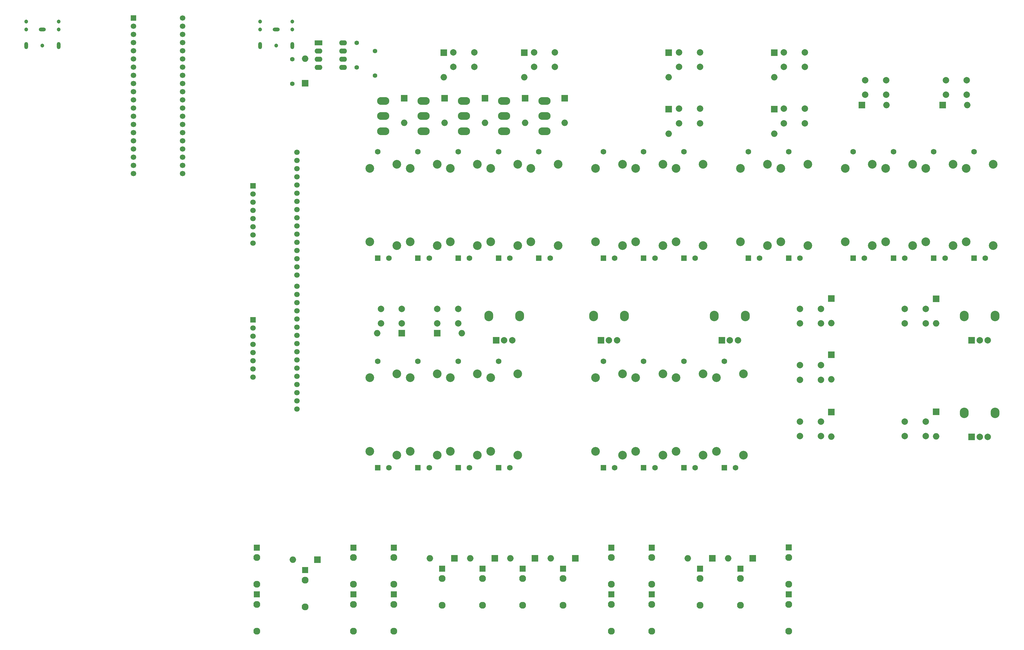
<source format=gbr>
%TF.GenerationSoftware,KiCad,Pcbnew,9.0.7*%
%TF.CreationDate,2026-02-09T16:52:34+00:00*%
%TF.ProjectId,WEASEL_KiCad,57454153-454c-45f4-9b69-4361642e6b69,rev?*%
%TF.SameCoordinates,Original*%
%TF.FileFunction,Soldermask,Bot*%
%TF.FilePolarity,Negative*%
%FSLAX46Y46*%
G04 Gerber Fmt 4.6, Leading zero omitted, Abs format (unit mm)*
G04 Created by KiCad (PCBNEW 9.0.7) date 2026-02-09 16:52:34*
%MOMM*%
%LPD*%
G01*
G04 APERTURE LIST*
%ADD10C,1.397000*%
%ADD11R,1.750000X1.750000*%
%ADD12C,1.750000*%
%ADD13C,2.700000*%
%ADD14R,1.930000X1.830000*%
%ADD15C,2.130000*%
%ADD16R,2.000000X2.000000*%
%ADD17O,2.000000X2.000000*%
%ADD18C,1.700000*%
%ADD19R,1.700000X1.700000*%
%ADD20O,2.780000X3.240000*%
%ADD21C,2.000000*%
%ADD22R,2.400000X1.600000*%
%ADD23O,2.400000X1.600000*%
%ADD24C,1.200000*%
%ADD25O,1.200000X2.200000*%
%ADD26O,2.200000X1.200000*%
%ADD27O,3.800000X2.400000*%
G04 APERTURE END LIST*
D10*
%TO.C,R3*%
X136140000Y-25740000D03*
X136140000Y-33360000D03*
%TD*%
D11*
%TO.C,RV10*%
X264500000Y-90000000D03*
D12*
X268000000Y-90000000D03*
X264500000Y-57000000D03*
D13*
X270450000Y-86100000D03*
X262050000Y-84900000D03*
X262050000Y-62100000D03*
X270450000Y-60900000D03*
%TD*%
D14*
%TO.C,J16*%
X157002700Y-186300000D03*
D15*
X157002700Y-197700000D03*
X157002700Y-189400000D03*
%TD*%
D14*
%TO.C,J21*%
X249502700Y-186300000D03*
D15*
X249502700Y-197700000D03*
X249502700Y-189400000D03*
%TD*%
D16*
%TO.C,D3*%
X157500000Y-26250000D03*
D17*
X157500000Y-33870000D03*
%TD*%
D11*
%TO.C,RV9*%
X252000000Y-90000000D03*
D12*
X255500000Y-90000000D03*
X252000000Y-57000000D03*
D13*
X257950000Y-86100000D03*
X249550000Y-84900000D03*
X249550000Y-62100000D03*
X257950000Y-60900000D03*
%TD*%
D14*
%TO.C,J7*%
X142002700Y-194300000D03*
D15*
X142002700Y-205700000D03*
X142002700Y-197400000D03*
%TD*%
D16*
%TO.C,D1*%
X114500000Y-35750000D03*
D17*
X114500000Y-28130000D03*
%TD*%
D14*
%TO.C,J18*%
X182002700Y-186300000D03*
D15*
X182002700Y-197700000D03*
X182002700Y-189400000D03*
%TD*%
D18*
%TO.C,U2*%
X98350000Y-126910000D03*
X111950000Y-116510000D03*
X111950000Y-113970000D03*
X111950000Y-111430000D03*
X111950000Y-108890000D03*
X111950000Y-106350000D03*
X111950000Y-103810000D03*
X111950000Y-101270000D03*
X111950000Y-98730000D03*
X98350000Y-116750000D03*
X98350000Y-119290000D03*
D19*
X98350000Y-109130000D03*
D18*
X98350000Y-124370000D03*
X98350000Y-121830000D03*
X98350000Y-114210000D03*
X111950000Y-136830000D03*
X111950000Y-134290000D03*
X111950000Y-131750000D03*
X111950000Y-129210000D03*
X111950000Y-126670000D03*
X111950000Y-124130000D03*
X111950000Y-121590000D03*
X111950000Y-119050000D03*
X98350000Y-111670000D03*
%TD*%
D14*
%TO.C,J12*%
X129502700Y-194300000D03*
D15*
X129502700Y-205700000D03*
X129502700Y-197400000D03*
%TD*%
D11*
%TO.C,RV8*%
X232000000Y-90000000D03*
D12*
X235500000Y-90000000D03*
X232000000Y-57000000D03*
D13*
X237950000Y-86100000D03*
X229550000Y-84900000D03*
X229550000Y-62100000D03*
X237950000Y-60900000D03*
%TD*%
D20*
%TO.C,RV26*%
X318947300Y-107965800D03*
X328547300Y-107965800D03*
D16*
X321247300Y-115465800D03*
D21*
X323747300Y-115465800D03*
X326247300Y-115465800D03*
%TD*%
D16*
%TO.C,D13*%
X277750000Y-137750000D03*
D17*
X277750000Y-145370000D03*
%TD*%
D16*
%TO.C,D16*%
X310250000Y-137630000D03*
D17*
X310250000Y-145250000D03*
%TD*%
D11*
%TO.C,RV22*%
X284500000Y-90000000D03*
D12*
X288000000Y-90000000D03*
X284500000Y-57000000D03*
D13*
X290450000Y-86100000D03*
X282050000Y-84900000D03*
X282050000Y-62100000D03*
X290450000Y-60900000D03*
%TD*%
D21*
%TO.C,SW2*%
X185500000Y-26130000D03*
X192000000Y-26130000D03*
X185500000Y-30630000D03*
X192000000Y-30630000D03*
%TD*%
D16*
%TO.C,D8*%
X260000000Y-43750000D03*
D17*
X260000000Y-51370000D03*
%TD*%
D14*
%TO.C,J8*%
X222002700Y-194300000D03*
D15*
X222002700Y-205700000D03*
X222002700Y-197400000D03*
%TD*%
D16*
%TO.C,D26*%
X185810000Y-183080000D03*
D17*
X178190000Y-183080000D03*
%TD*%
D16*
%TO.C,D6*%
X227250000Y-43750000D03*
D17*
X227250000Y-51370000D03*
%TD*%
D14*
%TO.C,J17*%
X169502700Y-186300000D03*
D15*
X169502700Y-197700000D03*
X169502700Y-189400000D03*
%TD*%
D11*
%TO.C,RV3*%
X162000000Y-90000000D03*
D12*
X165500000Y-90000000D03*
X162000000Y-57000000D03*
D13*
X167950000Y-86100000D03*
X159550000Y-84900000D03*
X159550000Y-62100000D03*
X167950000Y-60900000D03*
%TD*%
D14*
%TO.C,J13*%
X209502700Y-194300000D03*
D15*
X209502700Y-205700000D03*
X209502700Y-197400000D03*
%TD*%
D16*
%TO.C,D23*%
X118310000Y-183580000D03*
D17*
X110690000Y-183580000D03*
%TD*%
D16*
%TO.C,D22*%
X195000000Y-40380000D03*
D17*
X195000000Y-48000000D03*
%TD*%
D10*
%TO.C,R2*%
X130500000Y-23190000D03*
X130500000Y-30810000D03*
%TD*%
D16*
%TO.C,D9*%
X155500000Y-113250000D03*
D17*
X163120000Y-113250000D03*
%TD*%
D11*
%TO.C,RV13*%
X162000000Y-155000000D03*
D12*
X165500000Y-155000000D03*
X162000000Y-122000000D03*
D13*
X167950000Y-151100000D03*
X159550000Y-149900000D03*
X159550000Y-127100000D03*
X167950000Y-125900000D03*
%TD*%
D21*
%TO.C,SW15*%
X300497300Y-105750000D03*
X306997300Y-105750000D03*
X300497300Y-110250000D03*
X306997300Y-110250000D03*
%TD*%
%TO.C,SW3*%
X230500000Y-26130000D03*
X237000000Y-26130000D03*
X230500000Y-30630000D03*
X237000000Y-30630000D03*
%TD*%
D20*
%TO.C,RV27*%
X318947300Y-137965800D03*
X328547300Y-137965800D03*
D16*
X321247300Y-145465800D03*
D21*
X323747300Y-145465800D03*
X326247300Y-145465800D03*
%TD*%
D11*
%TO.C,RV19*%
X232000000Y-155000000D03*
D12*
X235500000Y-155000000D03*
X232000000Y-122000000D03*
D13*
X237950000Y-151100000D03*
X229550000Y-149900000D03*
X229550000Y-127100000D03*
X237950000Y-125900000D03*
%TD*%
D16*
%TO.C,D29*%
X253310000Y-183080000D03*
D17*
X245690000Y-183080000D03*
%TD*%
D21*
%TO.C,SW9*%
X267997300Y-105715800D03*
X274497300Y-105715800D03*
X267997300Y-110215800D03*
X274497300Y-110215800D03*
%TD*%
D11*
%TO.C,RV23*%
X297000000Y-90000000D03*
D12*
X300500000Y-90000000D03*
X297000000Y-57000000D03*
D13*
X302950000Y-86100000D03*
X294550000Y-84900000D03*
X294550000Y-62100000D03*
X302950000Y-60900000D03*
%TD*%
D20*
%TO.C,RV21*%
X241447300Y-107965800D03*
X251047300Y-107965800D03*
D16*
X243747300Y-115465800D03*
D21*
X246247300Y-115465800D03*
X248747300Y-115465800D03*
%TD*%
D14*
%TO.C,J10*%
X209502700Y-179800000D03*
D15*
X209502700Y-191200000D03*
X209502700Y-182900000D03*
%TD*%
D14*
%TO.C,J6*%
X99502700Y-194300000D03*
D15*
X99502700Y-205700000D03*
X99502700Y-197400000D03*
%TD*%
D21*
%TO.C,SW5*%
X263000000Y-26130000D03*
X269500000Y-26130000D03*
X263000000Y-30630000D03*
X269500000Y-30630000D03*
%TD*%
D14*
%TO.C,J19*%
X194502700Y-186300000D03*
D15*
X194502700Y-197700000D03*
X194502700Y-189400000D03*
%TD*%
D21*
%TO.C,SW8*%
X137997300Y-105715800D03*
X144497300Y-105715800D03*
X137997300Y-110215800D03*
X144497300Y-110215800D03*
%TD*%
D14*
%TO.C,J5*%
X222002700Y-179800000D03*
D15*
X222002700Y-191200000D03*
X222002700Y-182900000D03*
%TD*%
D16*
%TO.C,D12*%
X277750000Y-120000000D03*
D17*
X277750000Y-127620000D03*
%TD*%
D11*
%TO.C,RV20*%
X244500000Y-155000000D03*
D12*
X248000000Y-155000000D03*
X244500000Y-122000000D03*
D13*
X250450000Y-151100000D03*
X242050000Y-149900000D03*
X242050000Y-127100000D03*
X250450000Y-125900000D03*
%TD*%
D14*
%TO.C,J9*%
X129502700Y-179800000D03*
D15*
X129502700Y-191200000D03*
X129502700Y-182900000D03*
%TD*%
D11*
%TO.C,RV11*%
X137000000Y-155000000D03*
D12*
X140500000Y-155000000D03*
X137000000Y-122000000D03*
D13*
X142950000Y-151100000D03*
X134550000Y-149900000D03*
X134550000Y-127100000D03*
X142950000Y-125900000D03*
%TD*%
D10*
%TO.C,R1*%
X110500000Y-28250000D03*
X110500000Y-35870000D03*
%TD*%
D11*
%TO.C,RV6*%
X207000000Y-90000000D03*
D12*
X210500000Y-90000000D03*
X207000000Y-57000000D03*
D13*
X212950000Y-86100000D03*
X204550000Y-84900000D03*
X204550000Y-62100000D03*
X212950000Y-60900000D03*
%TD*%
D22*
%TO.C,U3*%
X118675000Y-23200000D03*
D23*
X118675000Y-25740000D03*
X118675000Y-28280000D03*
X118675000Y-30820000D03*
X126295000Y-30820000D03*
X126295000Y-28280000D03*
X126295000Y-25740000D03*
X126295000Y-23200000D03*
%TD*%
D21*
%TO.C,SW13*%
X313250000Y-34750000D03*
X319750000Y-34750000D03*
X313250000Y-39250000D03*
X319750000Y-39250000D03*
%TD*%
D11*
%TO.C,RV25*%
X322000000Y-90000000D03*
D12*
X325500000Y-90000000D03*
X322000000Y-57000000D03*
D13*
X327950000Y-86100000D03*
X319550000Y-84900000D03*
X319550000Y-62100000D03*
X327950000Y-60900000D03*
%TD*%
D20*
%TO.C,RV18*%
X203947300Y-107965800D03*
X213547300Y-107965800D03*
D16*
X206247300Y-115465800D03*
D21*
X208747300Y-115465800D03*
X211247300Y-115465800D03*
%TD*%
D24*
%TO.C,J2*%
X38000000Y-19050000D03*
X38000000Y-16550000D03*
X33000000Y-24050000D03*
X28000000Y-19050000D03*
X28000000Y-16550000D03*
D25*
X38000000Y-24050000D03*
D26*
X33000000Y-19050000D03*
D25*
X28000000Y-24050000D03*
%TD*%
D14*
%TO.C,J3*%
X99500000Y-179800000D03*
D15*
X99500000Y-191200000D03*
X99500000Y-182900000D03*
%TD*%
D20*
%TO.C,RV15*%
X171447300Y-107965800D03*
X181047300Y-107965800D03*
D16*
X173747300Y-115465800D03*
D21*
X176247300Y-115465800D03*
X178747300Y-115465800D03*
%TD*%
D14*
%TO.C,J20*%
X237002700Y-186300000D03*
D15*
X237002700Y-197700000D03*
X237002700Y-189400000D03*
%TD*%
D16*
%TO.C,D18*%
X145250000Y-40380000D03*
D17*
X145250000Y-48000000D03*
%TD*%
D11*
%TO.C,RV24*%
X309500000Y-90000000D03*
D12*
X313000000Y-90000000D03*
X309500000Y-57000000D03*
D13*
X315450000Y-86100000D03*
X307050000Y-84900000D03*
X307050000Y-62100000D03*
X315450000Y-60900000D03*
%TD*%
D27*
%TO.C,SW19*%
X176250000Y-41180000D03*
X176250000Y-45880000D03*
X176250000Y-50580000D03*
%TD*%
D16*
%TO.C,D24*%
X160810000Y-183080000D03*
D17*
X153190000Y-183080000D03*
%TD*%
D16*
%TO.C,D20*%
X170250000Y-40380000D03*
D17*
X170250000Y-48000000D03*
%TD*%
D18*
%TO.C,U1*%
X98350000Y-85310000D03*
X111950000Y-74910000D03*
X111950000Y-72370000D03*
X111950000Y-69830000D03*
X111950000Y-67290000D03*
X111950000Y-64750000D03*
X111950000Y-62210000D03*
X111950000Y-59670000D03*
X111950000Y-57130000D03*
X98350000Y-75150000D03*
X98350000Y-77690000D03*
D19*
X98350000Y-67530000D03*
D18*
X98350000Y-82770000D03*
X98350000Y-80230000D03*
X98350000Y-72610000D03*
X111950000Y-95230000D03*
X111950000Y-92690000D03*
X111950000Y-90150000D03*
X111950000Y-87610000D03*
X111950000Y-85070000D03*
X111950000Y-82530000D03*
X111950000Y-79990000D03*
X111950000Y-77450000D03*
X98350000Y-70070000D03*
%TD*%
D16*
%TO.C,D7*%
X260000000Y-26250000D03*
D17*
X260000000Y-33870000D03*
%TD*%
D21*
%TO.C,SW6*%
X263000000Y-43630000D03*
X269500000Y-43630000D03*
X263000000Y-48130000D03*
X269500000Y-48130000D03*
%TD*%
D16*
%TO.C,D11*%
X277750000Y-102500000D03*
D17*
X277750000Y-110120000D03*
%TD*%
D14*
%TO.C,J4*%
X142002700Y-179800000D03*
D15*
X142002700Y-191200000D03*
X142002700Y-182900000D03*
%TD*%
D21*
%TO.C,SW1*%
X160500000Y-26130000D03*
X167000000Y-26130000D03*
X160500000Y-30630000D03*
X167000000Y-30630000D03*
%TD*%
D24*
%TO.C,J1*%
X110500000Y-19050000D03*
X110500000Y-16550000D03*
X105500000Y-24050000D03*
X100500000Y-19050000D03*
X100500000Y-16550000D03*
D25*
X110500000Y-24050000D03*
D26*
X105500000Y-19050000D03*
D25*
X100500000Y-24050000D03*
%TD*%
D21*
%TO.C,SW4*%
X230500000Y-43630000D03*
X237000000Y-43630000D03*
X230500000Y-48130000D03*
X237000000Y-48130000D03*
%TD*%
D11*
%TO.C,RV14*%
X174500000Y-155000000D03*
D12*
X178000000Y-155000000D03*
X174500000Y-122000000D03*
D13*
X180450000Y-151100000D03*
X172050000Y-149900000D03*
X172050000Y-127100000D03*
X180450000Y-125900000D03*
%TD*%
D16*
%TO.C,D25*%
X173310000Y-183080000D03*
D17*
X165690000Y-183080000D03*
%TD*%
D16*
%TO.C,D21*%
X182750000Y-40380000D03*
D17*
X182750000Y-48000000D03*
%TD*%
D11*
%TO.C,RV7*%
X219500000Y-90000000D03*
D12*
X223000000Y-90000000D03*
X219500000Y-57000000D03*
D13*
X225450000Y-86100000D03*
X217050000Y-84900000D03*
X217050000Y-62100000D03*
X225450000Y-60900000D03*
%TD*%
D14*
%TO.C,J15*%
X114502700Y-186800000D03*
D15*
X114502700Y-198200000D03*
X114502700Y-189900000D03*
%TD*%
D11*
%TO.C,RV17*%
X219500000Y-155000000D03*
D12*
X223000000Y-155000000D03*
X219500000Y-122000000D03*
D13*
X225450000Y-151100000D03*
X217050000Y-149900000D03*
X217050000Y-127100000D03*
X225450000Y-125900000D03*
%TD*%
D14*
%TO.C,J11*%
X264502700Y-179770000D03*
D15*
X264502700Y-191170000D03*
X264502700Y-182870000D03*
%TD*%
D11*
%TO.C,RV5*%
X187000000Y-90000000D03*
D12*
X190500000Y-90000000D03*
X187000000Y-57000000D03*
D13*
X192950000Y-86100000D03*
X184550000Y-84900000D03*
X184550000Y-62100000D03*
X192950000Y-60900000D03*
%TD*%
D21*
%TO.C,SW14*%
X300497300Y-140715800D03*
X306997300Y-140715800D03*
X300497300Y-145215800D03*
X306997300Y-145215800D03*
%TD*%
%TO.C,SW10*%
X267997300Y-123215800D03*
X274497300Y-123215800D03*
X267997300Y-127715800D03*
X274497300Y-127715800D03*
%TD*%
D11*
%TO.C,RV1*%
X137000000Y-90000000D03*
D12*
X140500000Y-90000000D03*
X137000000Y-57000000D03*
D13*
X142950000Y-86100000D03*
X134550000Y-84900000D03*
X134550000Y-62100000D03*
X142950000Y-60900000D03*
%TD*%
D21*
%TO.C,SW11*%
X267997300Y-140715800D03*
X274497300Y-140715800D03*
X267997300Y-145215800D03*
X274497300Y-145215800D03*
%TD*%
%TO.C,SW7*%
X155497300Y-105715800D03*
X161997300Y-105715800D03*
X155497300Y-110215800D03*
X161997300Y-110215800D03*
%TD*%
D27*
%TO.C,SW18*%
X163750000Y-41180000D03*
X163750000Y-45880000D03*
X163750000Y-50580000D03*
%TD*%
D19*
%TO.C,A1*%
X61210000Y-15500000D03*
D18*
X61210000Y-18040000D03*
X61210000Y-20580000D03*
X61210000Y-23120000D03*
X61210000Y-25660000D03*
X61210000Y-28200000D03*
X61210000Y-30740000D03*
X61210000Y-33280000D03*
X61210000Y-35820000D03*
X61210000Y-38360000D03*
X61210000Y-40900000D03*
X61210000Y-43440000D03*
X61210000Y-45980000D03*
X61210000Y-48520000D03*
X61210000Y-51060000D03*
X61210000Y-53600000D03*
X61210000Y-56140000D03*
X61210000Y-58680000D03*
X61210000Y-61220000D03*
X61210000Y-63760000D03*
X76450000Y-63760000D03*
X76450000Y-61220000D03*
X76450000Y-58680000D03*
X76450000Y-56140000D03*
X76450000Y-53600000D03*
X76450000Y-51060000D03*
X76450000Y-48520000D03*
X76450000Y-45980000D03*
X76450000Y-43440000D03*
X76450000Y-40900000D03*
X76450000Y-38360000D03*
X76450000Y-35820000D03*
X76450000Y-33280000D03*
X76450000Y-30740000D03*
X76450000Y-28200000D03*
X76450000Y-25660000D03*
X76450000Y-23120000D03*
X76450000Y-20580000D03*
X76450000Y-18040000D03*
X76450000Y-15500000D03*
%TD*%
D11*
%TO.C,RV16*%
X207000000Y-155000000D03*
D12*
X210500000Y-155000000D03*
X207000000Y-122000000D03*
D13*
X212950000Y-151100000D03*
X204550000Y-149900000D03*
X204550000Y-127100000D03*
X212950000Y-125900000D03*
%TD*%
D16*
%TO.C,D4*%
X182500000Y-26250000D03*
D17*
X182500000Y-33870000D03*
%TD*%
D16*
%TO.C,D19*%
X157750000Y-40380000D03*
D17*
X157750000Y-48000000D03*
%TD*%
D27*
%TO.C,SW16*%
X138750000Y-41180000D03*
X138750000Y-45880000D03*
X138750000Y-50580000D03*
%TD*%
D14*
%TO.C,J14*%
X264502700Y-194300000D03*
D15*
X264502700Y-205700000D03*
X264502700Y-197400000D03*
%TD*%
D16*
%TO.C,D27*%
X198310000Y-183080000D03*
D17*
X190690000Y-183080000D03*
%TD*%
D11*
%TO.C,RV2*%
X149500000Y-90000000D03*
D12*
X153000000Y-90000000D03*
X149500000Y-57000000D03*
D13*
X155450000Y-86100000D03*
X147050000Y-84900000D03*
X147050000Y-62100000D03*
X155450000Y-60900000D03*
%TD*%
D21*
%TO.C,SW12*%
X288250000Y-34750000D03*
X294750000Y-34750000D03*
X288250000Y-39250000D03*
X294750000Y-39250000D03*
%TD*%
D16*
%TO.C,D14*%
X287250000Y-42500000D03*
D17*
X294870000Y-42500000D03*
%TD*%
D11*
%TO.C,RV12*%
X149500000Y-155000000D03*
D12*
X153000000Y-155000000D03*
X149500000Y-122000000D03*
D13*
X155450000Y-151100000D03*
X147050000Y-149900000D03*
X147050000Y-127100000D03*
X155450000Y-125900000D03*
%TD*%
D16*
%TO.C,D28*%
X240810000Y-183080000D03*
D17*
X233190000Y-183080000D03*
%TD*%
D16*
%TO.C,D17*%
X310250000Y-102630000D03*
D17*
X310250000Y-110250000D03*
%TD*%
D27*
%TO.C,SW17*%
X151250000Y-41180000D03*
X151250000Y-45880000D03*
X151250000Y-50580000D03*
%TD*%
D11*
%TO.C,RV4*%
X174500000Y-90000000D03*
D12*
X178000000Y-90000000D03*
X174500000Y-57000000D03*
D13*
X180450000Y-86100000D03*
X172050000Y-84900000D03*
X172050000Y-62100000D03*
X180450000Y-60900000D03*
%TD*%
D16*
%TO.C,D10*%
X144500000Y-113250000D03*
D17*
X136880000Y-113250000D03*
%TD*%
D16*
%TO.C,D5*%
X227250000Y-26250000D03*
D17*
X227250000Y-33870000D03*
%TD*%
D27*
%TO.C,SW20*%
X188750000Y-41180000D03*
X188750000Y-45880000D03*
X188750000Y-50580000D03*
%TD*%
D16*
%TO.C,D15*%
X312250000Y-42500000D03*
D17*
X319870000Y-42500000D03*
%TD*%
M02*

</source>
